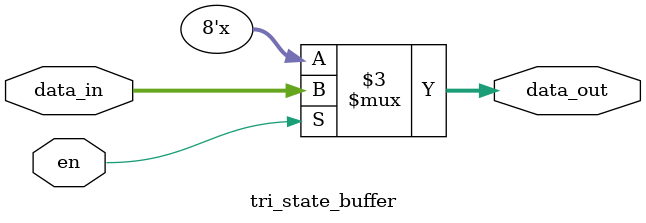
<source format=v>
`define WIDTH 8
module tri_state_buffer(
    input [`WIDTH-1:0]data_in,
    input en,
    output reg [`WIDTH-1:0]data_out
    );
    always @ (*)
    begin
        if(en) begin
            data_out = data_in;
        end
        else begin
            data_out = 'bz;
        end
    end
endmodule

</source>
